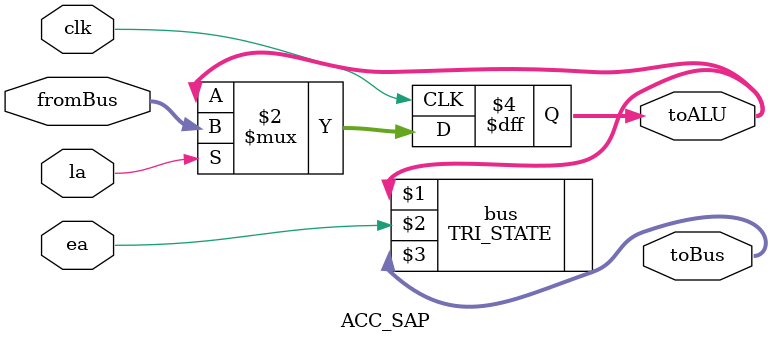
<source format=v>
module ACC_SAP
	(
		input clk, la, ea,
		input [7 : 0] fromBus,
		output [7 : 0] toBus,
		output reg [7 : 0] toALU
	);

	TRI_STATE bus (toALU, ea, toBus);

	always @ (posedge clk)
		if(la) toALU <= fromBus;
endmodule

</source>
